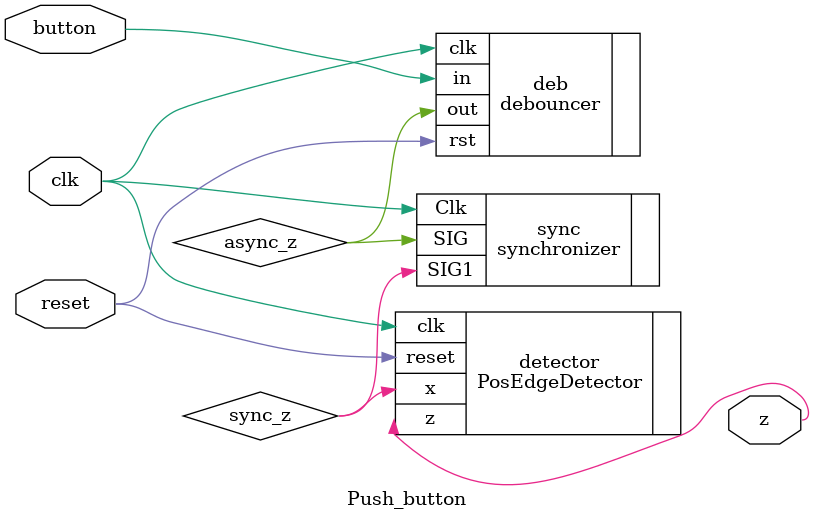
<source format=v>
`timescale 1ns / 1ps

module Push_button(
    input button, clk, reset,
    output z
);
wire async_z, sync_z, Divided;

//clockDivider clkDiv (.clk(clk), .rst(reset), .clk_out(Divided));
debouncer deb (.clk(clk), .in(button), .out(async_z), .rst(reset));
synchronizer sync (.Clk(clk), .SIG(async_z), .SIG1(sync_z));
PosEdgeDetector detector (.clk(clk), .reset(reset ), .x(sync_z), .z(z));

endmodule

</source>
